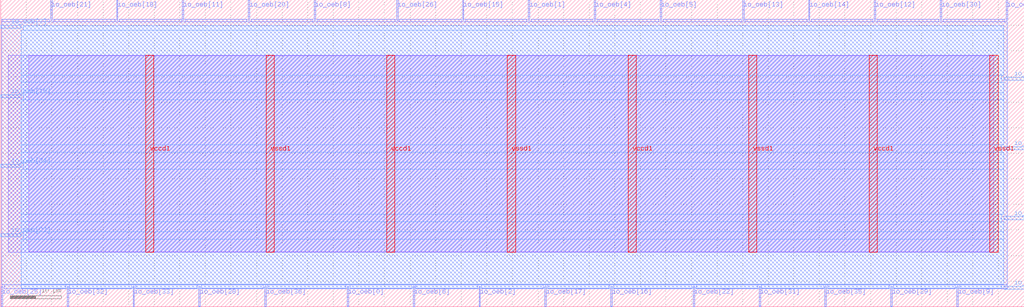
<source format=lef>
VERSION 5.7 ;
  NOWIREEXTENSIONATPIN ON ;
  DIVIDERCHAR "/" ;
  BUSBITCHARS "[]" ;
MACRO ioenb
  CLASS BLOCK ;
  FOREIGN ioenb ;
  ORIGIN 0.000 0.000 ;
  SIZE 200.000 BY 60.000 ;
  PIN io_oeb[0]
    DIRECTION OUTPUT TRISTATE ;
    USE SIGNAL ;
    PORT
      LAYER met2 ;
        RECT 67.710 0.000 67.990 4.000 ;
    END
  END io_oeb[0]
  PIN io_oeb[10]
    DIRECTION OUTPUT TRISTATE ;
    USE SIGNAL ;
    PORT
      LAYER met3 ;
        RECT 0.000 40.840 4.000 41.440 ;
    END
  END io_oeb[10]
  PIN io_oeb[11]
    DIRECTION OUTPUT TRISTATE ;
    USE SIGNAL ;
    PORT
      LAYER met2 ;
        RECT 35.510 56.000 35.790 60.000 ;
    END
  END io_oeb[11]
  PIN io_oeb[12]
    DIRECTION OUTPUT TRISTATE ;
    USE SIGNAL ;
    PORT
      LAYER met2 ;
        RECT 170.750 56.000 171.030 60.000 ;
    END
  END io_oeb[12]
  PIN io_oeb[13]
    DIRECTION OUTPUT TRISTATE ;
    USE SIGNAL ;
    PORT
      LAYER met2 ;
        RECT 144.990 56.000 145.270 60.000 ;
    END
  END io_oeb[13]
  PIN io_oeb[14]
    DIRECTION OUTPUT TRISTATE ;
    USE SIGNAL ;
    PORT
      LAYER met2 ;
        RECT 157.870 56.000 158.150 60.000 ;
    END
  END io_oeb[14]
  PIN io_oeb[15]
    DIRECTION OUTPUT TRISTATE ;
    USE SIGNAL ;
    PORT
      LAYER met2 ;
        RECT 90.250 56.000 90.530 60.000 ;
    END
  END io_oeb[15]
  PIN io_oeb[16]
    DIRECTION OUTPUT TRISTATE ;
    USE SIGNAL ;
    PORT
      LAYER met2 ;
        RECT 119.230 0.000 119.510 4.000 ;
    END
  END io_oeb[16]
  PIN io_oeb[17]
    DIRECTION OUTPUT TRISTATE ;
    USE SIGNAL ;
    PORT
      LAYER met2 ;
        RECT 106.350 0.000 106.630 4.000 ;
    END
  END io_oeb[17]
  PIN io_oeb[18]
    DIRECTION OUTPUT TRISTATE ;
    USE SIGNAL ;
    PORT
      LAYER met2 ;
        RECT 22.630 56.000 22.910 60.000 ;
    END
  END io_oeb[18]
  PIN io_oeb[19]
    DIRECTION OUTPUT TRISTATE ;
    USE SIGNAL ;
    PORT
      LAYER met3 ;
        RECT 196.000 17.040 200.000 17.640 ;
    END
  END io_oeb[19]
  PIN io_oeb[1]
    DIRECTION OUTPUT TRISTATE ;
    USE SIGNAL ;
    PORT
      LAYER met2 ;
        RECT 103.130 56.000 103.410 60.000 ;
    END
  END io_oeb[1]
  PIN io_oeb[20]
    DIRECTION OUTPUT TRISTATE ;
    USE SIGNAL ;
    PORT
      LAYER met2 ;
        RECT 48.390 56.000 48.670 60.000 ;
    END
  END io_oeb[20]
  PIN io_oeb[21]
    DIRECTION OUTPUT TRISTATE ;
    USE SIGNAL ;
    PORT
      LAYER met2 ;
        RECT 9.750 56.000 10.030 60.000 ;
    END
  END io_oeb[21]
  PIN io_oeb[22]
    DIRECTION OUTPUT TRISTATE ;
    USE SIGNAL ;
    PORT
      LAYER met2 ;
        RECT 135.330 0.000 135.610 4.000 ;
    END
  END io_oeb[22]
  PIN io_oeb[23]
    DIRECTION OUTPUT TRISTATE ;
    USE SIGNAL ;
    PORT
      LAYER met3 ;
        RECT 196.000 3.440 200.000 4.040 ;
    END
  END io_oeb[23]
  PIN io_oeb[24]
    DIRECTION OUTPUT TRISTATE ;
    USE SIGNAL ;
    PORT
      LAYER met3 ;
        RECT 196.000 30.640 200.000 31.240 ;
    END
  END io_oeb[24]
  PIN io_oeb[25]
    DIRECTION OUTPUT TRISTATE ;
    USE SIGNAL ;
    PORT
      LAYER met2 ;
        RECT 0.090 0.000 0.370 4.000 ;
    END
  END io_oeb[25]
  PIN io_oeb[26]
    DIRECTION OUTPUT TRISTATE ;
    USE SIGNAL ;
    PORT
      LAYER met2 ;
        RECT 77.370 56.000 77.650 60.000 ;
    END
  END io_oeb[26]
  PIN io_oeb[27]
    DIRECTION OUTPUT TRISTATE ;
    USE SIGNAL ;
    PORT
      LAYER met3 ;
        RECT 0.000 13.640 4.000 14.240 ;
    END
  END io_oeb[27]
  PIN io_oeb[28]
    DIRECTION OUTPUT TRISTATE ;
    USE SIGNAL ;
    PORT
      LAYER met2 ;
        RECT 38.730 0.000 39.010 4.000 ;
    END
  END io_oeb[28]
  PIN io_oeb[29]
    DIRECTION OUTPUT TRISTATE ;
    USE SIGNAL ;
    PORT
      LAYER met2 ;
        RECT 173.970 0.000 174.250 4.000 ;
    END
  END io_oeb[29]
  PIN io_oeb[2]
    DIRECTION OUTPUT TRISTATE ;
    USE SIGNAL ;
    PORT
      LAYER met2 ;
        RECT 93.470 0.000 93.750 4.000 ;
    END
  END io_oeb[2]
  PIN io_oeb[30]
    DIRECTION OUTPUT TRISTATE ;
    USE SIGNAL ;
    PORT
      LAYER met2 ;
        RECT 183.630 56.000 183.910 60.000 ;
    END
  END io_oeb[30]
  PIN io_oeb[31]
    DIRECTION OUTPUT TRISTATE ;
    USE SIGNAL ;
    PORT
      LAYER met2 ;
        RECT 148.210 0.000 148.490 4.000 ;
    END
  END io_oeb[31]
  PIN io_oeb[32]
    DIRECTION OUTPUT TRISTATE ;
    USE SIGNAL ;
    PORT
      LAYER met2 ;
        RECT 12.970 0.000 13.250 4.000 ;
    END
  END io_oeb[32]
  PIN io_oeb[33]
    DIRECTION OUTPUT TRISTATE ;
    USE SIGNAL ;
    PORT
      LAYER met2 ;
        RECT 25.850 0.000 26.130 4.000 ;
    END
  END io_oeb[33]
  PIN io_oeb[34]
    DIRECTION OUTPUT TRISTATE ;
    USE SIGNAL ;
    PORT
      LAYER met3 ;
        RECT 0.000 27.240 4.000 27.840 ;
    END
  END io_oeb[34]
  PIN io_oeb[35]
    DIRECTION OUTPUT TRISTATE ;
    USE SIGNAL ;
    PORT
      LAYER met2 ;
        RECT 161.090 0.000 161.370 4.000 ;
    END
  END io_oeb[35]
  PIN io_oeb[36]
    DIRECTION OUTPUT TRISTATE ;
    USE SIGNAL ;
    PORT
      LAYER met2 ;
        RECT 51.610 0.000 51.890 4.000 ;
    END
  END io_oeb[36]
  PIN io_oeb[37]
    DIRECTION OUTPUT TRISTATE ;
    USE SIGNAL ;
    PORT
      LAYER met3 ;
        RECT 196.000 44.240 200.000 44.840 ;
    END
  END io_oeb[37]
  PIN io_oeb[3]
    DIRECTION OUTPUT TRISTATE ;
    USE SIGNAL ;
    PORT
      LAYER met2 ;
        RECT 196.510 56.000 196.790 60.000 ;
    END
  END io_oeb[3]
  PIN io_oeb[4]
    DIRECTION OUTPUT TRISTATE ;
    USE SIGNAL ;
    PORT
      LAYER met2 ;
        RECT 116.010 56.000 116.290 60.000 ;
    END
  END io_oeb[4]
  PIN io_oeb[5]
    DIRECTION OUTPUT TRISTATE ;
    USE SIGNAL ;
    PORT
      LAYER met2 ;
        RECT 128.890 56.000 129.170 60.000 ;
    END
  END io_oeb[5]
  PIN io_oeb[6]
    DIRECTION OUTPUT TRISTATE ;
    USE SIGNAL ;
    PORT
      LAYER met2 ;
        RECT 80.590 0.000 80.870 4.000 ;
    END
  END io_oeb[6]
  PIN io_oeb[7]
    DIRECTION OUTPUT TRISTATE ;
    USE SIGNAL ;
    PORT
      LAYER met3 ;
        RECT 0.000 54.440 4.000 55.040 ;
    END
  END io_oeb[7]
  PIN io_oeb[8]
    DIRECTION OUTPUT TRISTATE ;
    USE SIGNAL ;
    PORT
      LAYER met2 ;
        RECT 61.270 56.000 61.550 60.000 ;
    END
  END io_oeb[8]
  PIN io_oeb[9]
    DIRECTION OUTPUT TRISTATE ;
    USE SIGNAL ;
    PORT
      LAYER met2 ;
        RECT 186.850 0.000 187.130 4.000 ;
    END
  END io_oeb[9]
  PIN vccd1
    DIRECTION INOUT ;
    USE POWER ;
    PORT
      LAYER met4 ;
        RECT 28.295 10.640 29.895 49.200 ;
    END
    PORT
      LAYER met4 ;
        RECT 75.445 10.640 77.045 49.200 ;
    END
    PORT
      LAYER met4 ;
        RECT 122.595 10.640 124.195 49.200 ;
    END
    PORT
      LAYER met4 ;
        RECT 169.745 10.640 171.345 49.200 ;
    END
  END vccd1
  PIN vssd1
    DIRECTION INOUT ;
    USE GROUND ;
    PORT
      LAYER met4 ;
        RECT 51.870 10.640 53.470 49.200 ;
    END
    PORT
      LAYER met4 ;
        RECT 99.020 10.640 100.620 49.200 ;
    END
    PORT
      LAYER met4 ;
        RECT 146.170 10.640 147.770 49.200 ;
    END
    PORT
      LAYER met4 ;
        RECT 193.320 10.640 194.920 49.200 ;
    END
  END vssd1
  OBS
      LAYER li1 ;
        RECT 5.520 10.795 194.120 49.045 ;
      LAYER met1 ;
        RECT 1.450 10.640 194.920 49.200 ;
      LAYER met2 ;
        RECT 0.160 55.720 9.470 56.170 ;
        RECT 10.310 55.720 22.350 56.170 ;
        RECT 23.190 55.720 35.230 56.170 ;
        RECT 36.070 55.720 48.110 56.170 ;
        RECT 48.950 55.720 60.990 56.170 ;
        RECT 61.830 55.720 77.090 56.170 ;
        RECT 77.930 55.720 89.970 56.170 ;
        RECT 90.810 55.720 102.850 56.170 ;
        RECT 103.690 55.720 115.730 56.170 ;
        RECT 116.570 55.720 128.610 56.170 ;
        RECT 129.450 55.720 144.710 56.170 ;
        RECT 145.550 55.720 157.590 56.170 ;
        RECT 158.430 55.720 170.470 56.170 ;
        RECT 171.310 55.720 183.350 56.170 ;
        RECT 184.190 55.720 196.230 56.170 ;
        RECT 0.160 4.280 196.720 55.720 ;
        RECT 0.650 3.555 12.690 4.280 ;
        RECT 13.530 3.555 25.570 4.280 ;
        RECT 26.410 3.555 38.450 4.280 ;
        RECT 39.290 3.555 51.330 4.280 ;
        RECT 52.170 3.555 67.430 4.280 ;
        RECT 68.270 3.555 80.310 4.280 ;
        RECT 81.150 3.555 93.190 4.280 ;
        RECT 94.030 3.555 106.070 4.280 ;
        RECT 106.910 3.555 118.950 4.280 ;
        RECT 119.790 3.555 135.050 4.280 ;
        RECT 135.890 3.555 147.930 4.280 ;
        RECT 148.770 3.555 160.810 4.280 ;
        RECT 161.650 3.555 173.690 4.280 ;
        RECT 174.530 3.555 186.570 4.280 ;
        RECT 187.410 3.555 196.720 4.280 ;
      LAYER met3 ;
        RECT 4.400 54.040 196.000 54.905 ;
        RECT 4.000 45.240 196.000 54.040 ;
        RECT 4.000 43.840 195.600 45.240 ;
        RECT 4.000 41.840 196.000 43.840 ;
        RECT 4.400 40.440 196.000 41.840 ;
        RECT 4.000 31.640 196.000 40.440 ;
        RECT 4.000 30.240 195.600 31.640 ;
        RECT 4.000 28.240 196.000 30.240 ;
        RECT 4.400 26.840 196.000 28.240 ;
        RECT 4.000 18.040 196.000 26.840 ;
        RECT 4.000 16.640 195.600 18.040 ;
        RECT 4.000 14.640 196.000 16.640 ;
        RECT 4.400 13.240 196.000 14.640 ;
        RECT 4.000 4.440 196.000 13.240 ;
        RECT 4.000 3.575 195.600 4.440 ;
  END
END ioenb
END LIBRARY


</source>
